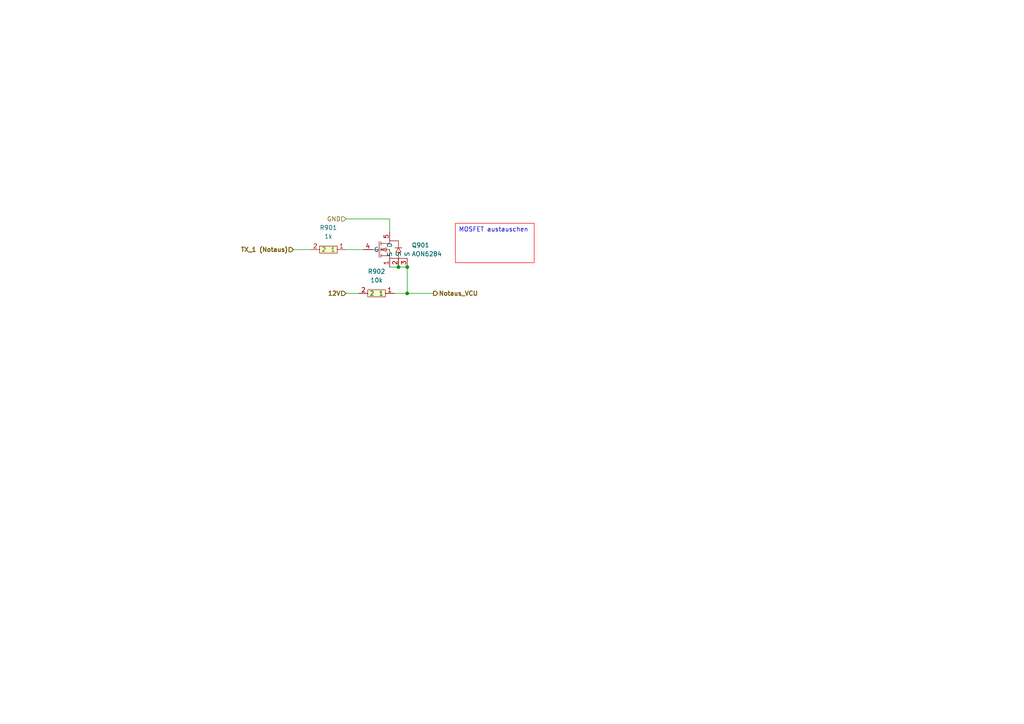
<source format=kicad_sch>
(kicad_sch (version 20250114) (generator "eeschema") (generator_version "9.0")
  (paper "A4")
  (title_block (title "E-Kart Option 1") (date "2025-04-01") (rev "1") (company "Leomax") (comment 1 "zentrale Steuer- und Kommunkationsplatine") (comment 2 "Bachelorarbiet") (comment 3 "Sebastian Hampl"))
  (lib_symbols
    (symbol "easyeda2kicad:0603WAF1001T5E"
      (property "Reference" "R" (at 0 5.08 0))
      (property "Value" "0603WAF1001T5E" (at 0 -5.08 0))
      (symbol "0603WAF1001T5E_0_1"
        (rectangle (start -2.54 1.02) (end 2.54 -1.02) (fill (type background)))
        (pin input line (at -5.08 0 0) (length 2.54) (name "1") (number "1"))
        (pin input line (at 5.08 0 180) (length 2.54) (name "2") (number "2"))
      )
    )
    (symbol "easyeda2kicad:0603WAF1002T5E"
      (property "Reference" "R" (at 0 5.08 0))
      (property "Value" "0603WAF1002T5E" (at 0 -5.08 0))
      (symbol "0603WAF1002T5E_0_1"
        (rectangle (start -2.54 1.02) (end 2.54 -1.02) (fill (type background)))
        (pin input line (at -5.08 0 0) (length 2.54) (name "1") (number "1"))
        (pin input line (at 5.08 0 180) (length 2.54) (name "2") (number "2"))
      )
    )
    (symbol "easyeda2kicad:AON6284"
      (property "Reference" "Q" (at 0 10.16 0))
      (property "Value" "AON6284" (at 0 -10.16 0))
      (symbol "AON6284_0_1"
        (polyline (pts (xy -5.08 0) (xy -3.05 0)))
        (polyline (pts (xy -3.05 2.29) (xy -3.05 -2.29)))
        (polyline (pts (xy -2.54 2.29) (xy -2.54 1.27)))
        (polyline (pts (xy -2.54 1.78) (xy 0 1.78) (xy 0 2.54) (xy 2.54 2.54) (xy 2.54 2.54) (xy 2.54 0.51)))
        (polyline (pts (xy -2.54 0) (xy -1.02 -0.51) (xy -1.02 0.51) (xy -2.54 0)) (fill (type background)))
        (polyline (pts (xy -2.54 0) (xy 0 0) (xy 0 -2.54) (xy 5.08 -2.54) (xy 2.54 -2.54) (xy 2.54 -0.76)))
        (polyline (pts (xy -2.54 -0.51) (xy -2.54 0.51)))
        (polyline (pts (xy -2.54 -2.29) (xy -2.54 -1.27)))
        (polyline (pts (xy 0 -1.78) (xy -2.54 -1.78)))
        (polyline (pts (xy 2.54 0.51) (xy 1.78 -0.76) (xy 3.3 -0.76) (xy 2.54 0.51)) (fill (type background)))
        (polyline (pts (xy 3.56 0.51) (xy 3.05 0.51) (xy 2.03 0.51) (xy 1.52 0.51)))
        (pin unspecified line (at -7.62 0 0) (length 2.54) (name "G") (number "4"))
        (pin unspecified line (at 0 5.08 270) (length 2.54) (name "D") (number "5"))
        (pin unspecified line (at 0 -5.08 90) (length 2.54) (name "S") (number "1"))
        (pin unspecified line (at 2.54 -5.08 90) (length 2.54) (name "S") (number "2"))
        (pin unspecified line (at 5.08 -5.08 90) (length 2.54) (name "S") (number "3"))
      )
    )
  )
  (text_box "MOSFET austauschen" (at 132.08 64.77 0) (size 22.86 11.43) (margins 0.9525 0.9525 0.9525 0.9525) (stroke (width 0) (color 255 0 0 1)) (effects (font (size 1.27 1.27)) (justify left top)))
  (junction (at 118.11 85.09))
  (junction (at 115.57 77.47))
  (junction (at 118.11 77.47))
  (wire (pts (xy 115.57 77.47) (xy 113.03 77.47)))
  (wire (pts (xy 100.33 63.5) (xy 113.03 63.5)))
  (wire (pts (xy 118.11 77.47) (xy 118.11 85.09)))
  (wire (pts (xy 113.03 63.5) (xy 113.03 67.31)))
  (wire (pts (xy 118.11 85.09) (xy 125.73 85.09)))
  (wire (pts (xy 85.09 72.39) (xy 90.17 72.39)))
  (wire (pts (xy 118.11 77.47) (xy 115.57 77.47)))
  (wire (pts (xy 114.3 85.09) (xy 118.11 85.09)))
  (wire (pts (xy 100.33 85.09) (xy 104.14 85.09)))
  (wire (pts (xy 100.33 72.39) (xy 105.41 72.39)))
  (hierarchical_label "Notaus_VCU" (shape output) (at 125.73 85.09 0) (effects (font (thickness 0.254) (bold yes))))
  (hierarchical_label "12V" (shape input) (at 100.33 85.09 180) (effects (font (thickness 0.254) (bold yes))))
  (hierarchical_label "TX_1 (Notaus)" (shape input) (at 85.09 72.39 180) (effects (font (thickness 0.254) (bold yes))))
  (hierarchical_label "GND" (shape input) (at 100.33 63.5 180))
  (symbol (lib_id "easyeda2kicad:0603WAF1001T5E") (at 95.25 72.39 180) (unit 1)
    (property "Reference" "R901" (at 95.25 66.04 0))
    (property "Value" "1k" (at 95.25 68.58 0))
    (property "Footprint" "easyeda2kicad:R0603" (effects (hide yes)))
    (property "Datasheet" "https://lcsc.com/product-detail/Chip-Resistor-Surface-Mount-UniOhm_1KR-1001-1_C21190.html" (effects (hide yes)))
    (property "LCSC Part" "C21190" (effects (hide yes)))
  )
  (symbol (lib_id "easyeda2kicad:AON6284") (at 113.03 72.39 0) (unit 1)
    (property "Reference" "Q901" (at 119.38 71.1199 0) (effects (justify left)))
    (property "Value" "AON6284" (at 119.38 73.6599 0) (effects (justify left)))
    (property "Footprint" "easyeda2kicad:POWERVDFN-8_L6.2-W5.2-P1.27-LS6.0-BL" (effects (hide yes)))
    (property "LCSC Part" "C3277770" (effects (hide yes)))
  )
  (symbol (lib_id "easyeda2kicad:0603WAF1002T5E") (at 109.22 85.09 180) (unit 1)
    (property "Reference" "R902" (at 109.22 78.74 0))
    (property "Value" "10k" (at 109.22 81.28 0))
    (property "Footprint" "easyeda2kicad:R0603" (effects (hide yes)))
    (property "Datasheet" "https://lcsc.com/product-detail/Chip-Resistor-Surface-Mount-UniOhm_10KR-1002-1_C25804.html" (effects (hide yes)))
    (property "LCSC Part" "C25804" (effects (hide yes)))
  )
)
</source>
